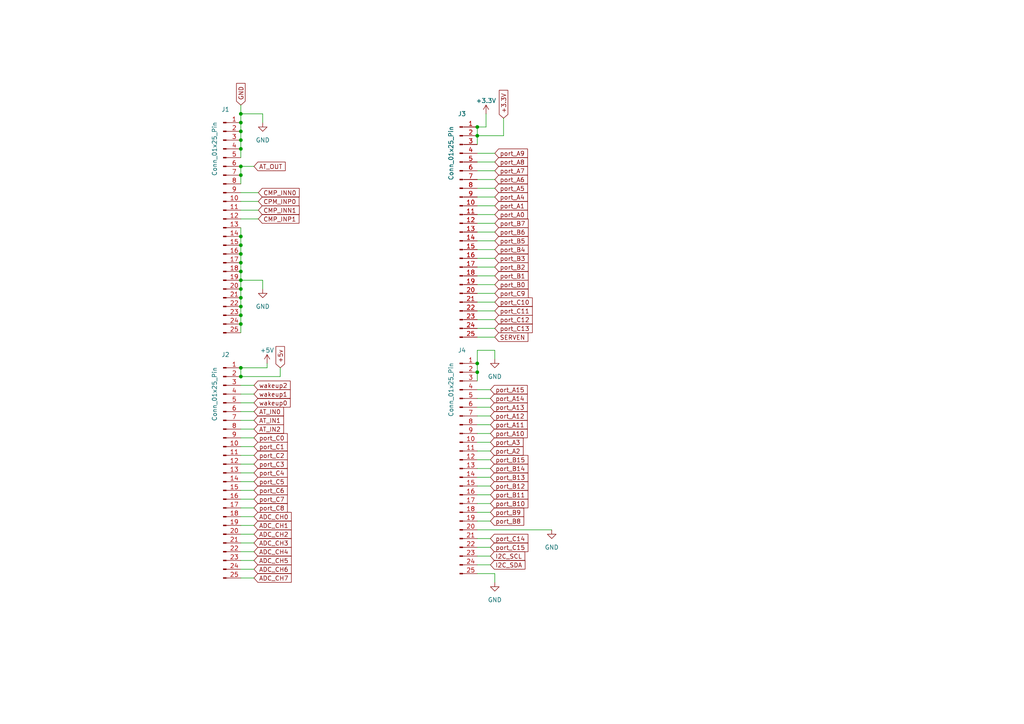
<source format=kicad_sch>
(kicad_sch (version 20250114) (generator "eeschema") (generator_version "9.0")
  (paper "A4")
  (lib_symbols
    (symbol "Connector:Conn_01x25_Pin" (pin_names (offset 1.016) (hide yes))
      (property "Reference" "J" (at 0 33.02 0))
      (property "Value" "Conn_01x25_Pin" (at 0 -33.02 0))
      (symbol "Conn_01x25_Pin_1_1"
        (rectangle (start 0.8636 30.607) (end 0 30.353) (stroke (width 0.1524)) (fill (type outline)))
        (rectangle (start 0.8636 28.067) (end 0 27.813) (stroke (width 0.1524)) (fill (type outline)))
        (rectangle (start 0.8636 25.527) (end 0 25.273) (stroke (width 0.1524)) (fill (type outline)))
        (rectangle (start 0.8636 22.987) (end 0 22.733) (stroke (width 0.1524)) (fill (type outline)))
        (rectangle (start 0.8636 20.447) (end 0 20.193) (stroke (width 0.1524)) (fill (type outline)))
        (rectangle (start 0.8636 17.907) (end 0 17.653) (stroke (width 0.1524)) (fill (type outline)))
        (rectangle (start 0.8636 15.367) (end 0 15.113) (stroke (width 0.1524)) (fill (type outline)))
        (rectangle (start 0.8636 12.827) (end 0 12.573) (stroke (width 0.1524)) (fill (type outline)))
        (rectangle (start 0.8636 10.287) (end 0 10.033) (stroke (width 0.1524)) (fill (type outline)))
        (rectangle (start 0.8636 7.747) (end 0 7.493) (stroke (width 0.1524)) (fill (type outline)))
        (rectangle (start 0.8636 5.207) (end 0 4.953) (stroke (width 0.1524)) (fill (type outline)))
        (rectangle (start 0.8636 2.667) (end 0 2.413) (stroke (width 0.1524)) (fill (type outline)))
        (rectangle (start 0.8636 0.127) (end 0 -0.127) (stroke (width 0.1524)) (fill (type outline)))
        (rectangle (start 0.8636 -2.413) (end 0 -2.667) (stroke (width 0.1524)) (fill (type outline)))
        (rectangle (start 0.8636 -4.953) (end 0 -5.207) (stroke (width 0.1524)) (fill (type outline)))
        (rectangle (start 0.8636 -7.493) (end 0 -7.747) (stroke (width 0.1524)) (fill (type outline)))
        (rectangle (start 0.8636 -10.033) (end 0 -10.287) (stroke (width 0.1524)) (fill (type outline)))
        (rectangle (start 0.8636 -12.573) (end 0 -12.827) (stroke (width 0.1524)) (fill (type outline)))
        (rectangle (start 0.8636 -15.113) (end 0 -15.367) (stroke (width 0.1524)) (fill (type outline)))
        (rectangle (start 0.8636 -17.653) (end 0 -17.907) (stroke (width 0.1524)) (fill (type outline)))
        (rectangle (start 0.8636 -20.193) (end 0 -20.447) (stroke (width 0.1524)) (fill (type outline)))
        (rectangle (start 0.8636 -22.733) (end 0 -22.987) (stroke (width 0.1524)) (fill (type outline)))
        (rectangle (start 0.8636 -25.273) (end 0 -25.527) (stroke (width 0.1524)) (fill (type outline)))
        (rectangle (start 0.8636 -27.813) (end 0 -28.067) (stroke (width 0.1524)) (fill (type outline)))
        (rectangle (start 0.8636 -30.353) (end 0 -30.607) (stroke (width 0.1524)) (fill (type outline)))
        (polyline (pts (xy 1.27 30.48) (xy 0.8636 30.48)) (stroke (width 0.1524)))
        (polyline (pts (xy 1.27 27.94) (xy 0.8636 27.94)) (stroke (width 0.1524)))
        (polyline (pts (xy 1.27 25.4) (xy 0.8636 25.4)) (stroke (width 0.1524)))
        (polyline (pts (xy 1.27 22.86) (xy 0.8636 22.86)) (stroke (width 0.1524)))
        (polyline (pts (xy 1.27 20.32) (xy 0.8636 20.32)) (stroke (width 0.1524)))
        (polyline (pts (xy 1.27 17.78) (xy 0.8636 17.78)) (stroke (width 0.1524)))
        (polyline (pts (xy 1.27 15.24) (xy 0.8636 15.24)) (stroke (width 0.1524)))
        (polyline (pts (xy 1.27 12.7) (xy 0.8636 12.7)) (stroke (width 0.1524)))
        (polyline (pts (xy 1.27 10.16) (xy 0.8636 10.16)) (stroke (width 0.1524)))
        (polyline (pts (xy 1.27 7.62) (xy 0.8636 7.62)) (stroke (width 0.1524)))
        (polyline (pts (xy 1.27 5.08) (xy 0.8636 5.08)) (stroke (width 0.1524)))
        (polyline (pts (xy 1.27 2.54) (xy 0.8636 2.54)) (stroke (width 0.1524)))
        (polyline (pts (xy 1.27 0) (xy 0.8636 0)) (stroke (width 0.1524)))
        (polyline (pts (xy 1.27 -2.54) (xy 0.8636 -2.54)) (stroke (width 0.1524)))
        (polyline (pts (xy 1.27 -5.08) (xy 0.8636 -5.08)) (stroke (width 0.1524)))
        (polyline (pts (xy 1.27 -7.62) (xy 0.8636 -7.62)) (stroke (width 0.1524)))
        (polyline (pts (xy 1.27 -10.16) (xy 0.8636 -10.16)) (stroke (width 0.1524)))
        (polyline (pts (xy 1.27 -12.7) (xy 0.8636 -12.7)) (stroke (width 0.1524)))
        (polyline (pts (xy 1.27 -15.24) (xy 0.8636 -15.24)) (stroke (width 0.1524)))
        (polyline (pts (xy 1.27 -17.78) (xy 0.8636 -17.78)) (stroke (width 0.1524)))
        (polyline (pts (xy 1.27 -20.32) (xy 0.8636 -20.32)) (stroke (width 0.1524)))
        (polyline (pts (xy 1.27 -22.86) (xy 0.8636 -22.86)) (stroke (width 0.1524)))
        (polyline (pts (xy 1.27 -25.4) (xy 0.8636 -25.4)) (stroke (width 0.1524)))
        (polyline (pts (xy 1.27 -27.94) (xy 0.8636 -27.94)) (stroke (width 0.1524)))
        (polyline (pts (xy 1.27 -30.48) (xy 0.8636 -30.48)) (stroke (width 0.1524)))
        (pin passive line (at 5.08 30.48 180) (length 3.81) (name "Pin_1") (number "1"))
        (pin passive line (at 5.08 27.94 180) (length 3.81) (name "Pin_2") (number "2"))
        (pin passive line (at 5.08 25.4 180) (length 3.81) (name "Pin_3") (number "3"))
        (pin passive line (at 5.08 22.86 180) (length 3.81) (name "Pin_4") (number "4"))
        (pin passive line (at 5.08 20.32 180) (length 3.81) (name "Pin_5") (number "5"))
        (pin passive line (at 5.08 17.78 180) (length 3.81) (name "Pin_6") (number "6"))
        (pin passive line (at 5.08 15.24 180) (length 3.81) (name "Pin_7") (number "7"))
        (pin passive line (at 5.08 12.7 180) (length 3.81) (name "Pin_8") (number "8"))
        (pin passive line (at 5.08 10.16 180) (length 3.81) (name "Pin_9") (number "9"))
        (pin passive line (at 5.08 7.62 180) (length 3.81) (name "Pin_10") (number "10"))
        (pin passive line (at 5.08 5.08 180) (length 3.81) (name "Pin_11") (number "11"))
        (pin passive line (at 5.08 2.54 180) (length 3.81) (name "Pin_12") (number "12"))
        (pin passive line (at 5.08 0 180) (length 3.81) (name "Pin_13") (number "13"))
        (pin passive line (at 5.08 -2.54 180) (length 3.81) (name "Pin_14") (number "14"))
        (pin passive line (at 5.08 -5.08 180) (length 3.81) (name "Pin_15") (number "15"))
        (pin passive line (at 5.08 -7.62 180) (length 3.81) (name "Pin_16") (number "16"))
        (pin passive line (at 5.08 -10.16 180) (length 3.81) (name "Pin_17") (number "17"))
        (pin passive line (at 5.08 -12.7 180) (length 3.81) (name "Pin_18") (number "18"))
        (pin passive line (at 5.08 -15.24 180) (length 3.81) (name "Pin_19") (number "19"))
        (pin passive line (at 5.08 -17.78 180) (length 3.81) (name "Pin_20") (number "20"))
        (pin passive line (at 5.08 -20.32 180) (length 3.81) (name "Pin_21") (number "21"))
        (pin passive line (at 5.08 -22.86 180) (length 3.81) (name "Pin_22") (number "22"))
        (pin passive line (at 5.08 -25.4 180) (length 3.81) (name "Pin_23") (number "23"))
        (pin passive line (at 5.08 -27.94 180) (length 3.81) (name "Pin_24") (number "24"))
        (pin passive line (at 5.08 -30.48 180) (length 3.81) (name "Pin_25") (number "25"))
      )
    )
    (symbol "power:+3.3V" (power) (pin_names (offset 0))
      (property "Value" "+3.3V" (at 0 3.556 0))
      (symbol "+3.3V_0_1"
        (polyline (pts (xy -0.762 1.27) (xy 0 2.54)))
        (polyline (pts (xy 0 2.54) (xy 0.762 1.27)))
        (polyline (pts (xy 0 0) (xy 0 2.54)))
      )
      (symbol "+3.3V_1_1"
        (pin power_in line (at 0 0 90) (length 0) (hide yes) (name "+3.3V") (number "1"))
      )
    )
    (symbol "power:+5V" (power) (pin_names (offset 0))
      (property "Value" "+5V" (at 0 3.556 0))
      (symbol "+5V_0_1"
        (polyline (pts (xy -0.762 1.27) (xy 0 2.54)))
        (polyline (pts (xy 0 2.54) (xy 0.762 1.27)))
        (polyline (pts (xy 0 0) (xy 0 2.54)))
      )
      (symbol "+5V_1_1"
        (pin power_in line (at 0 0 90) (length 0) (hide yes) (name "+5V") (number "1"))
      )
    )
    (symbol "power:GND" (power) (pin_names (offset 0))
      (property "Value" "GND" (at 0 -3.81 0))
      (symbol "GND_0_1"
        (polyline (pts (xy 0 0) (xy 0 -1.27) (xy 1.27 -1.27) (xy 0 -2.54) (xy -1.27 -1.27) (xy 0 -1.27)))
      )
      (symbol "GND_1_1"
        (pin power_in line (at 0 0 270) (length 0) (hide yes) (name "GND") (number "1"))
      )
    )
  )
  (junction (at 69.85 50.8))
  (junction (at 69.85 40.64))
  (junction (at 138.43 107.95))
  (junction (at 69.85 109.22))
  (junction (at 69.85 43.18))
  (junction (at 69.85 48.26))
  (junction (at 138.43 105.41))
  (junction (at 69.85 73.66))
  (junction (at 69.85 33.02))
  (junction (at 69.85 35.56))
  (junction (at 69.85 76.2))
  (junction (at 69.85 68.58))
  (junction (at 138.43 39.37))
  (junction (at 69.85 88.9))
  (junction (at 69.85 93.98))
  (junction (at 69.85 83.82))
  (junction (at 138.43 36.83))
  (junction (at 69.85 81.28))
  (junction (at 69.85 86.36))
  (junction (at 69.85 78.74))
  (junction (at 69.85 71.12))
  (junction (at 69.85 91.44))
  (junction (at 69.85 38.1))
  (junction (at 69.85 106.68))
  (wire (pts (xy 138.43 118.11) (xy 142.24 118.11)))
  (wire (pts (xy 69.85 132.08) (xy 73.66 132.08)))
  (wire (pts (xy 69.85 116.84) (xy 73.66 116.84)))
  (wire (pts (xy 69.85 127) (xy 73.66 127)))
  (wire (pts (xy 138.43 166.37) (xy 143.51 166.37)))
  (wire (pts (xy 69.85 88.9) (xy 69.85 91.44)))
  (wire (pts (xy 138.43 90.17) (xy 143.51 90.17)))
  (wire (pts (xy 69.85 43.18) (xy 69.85 45.72)))
  (wire (pts (xy 69.85 114.3) (xy 73.66 114.3)))
  (wire (pts (xy 138.43 133.35) (xy 142.24 133.35)))
  (wire (pts (xy 69.85 78.74) (xy 69.85 81.28)))
  (wire (pts (xy 69.85 76.2) (xy 69.85 78.74)))
  (wire (pts (xy 138.43 80.01) (xy 143.51 80.01)))
  (wire (pts (xy 69.85 55.88) (xy 74.93 55.88)))
  (wire (pts (xy 138.43 85.09) (xy 143.51 85.09)))
  (wire (pts (xy 138.43 115.57) (xy 142.24 115.57)))
  (wire (pts (xy 69.85 48.26) (xy 73.66 48.26)))
  (wire (pts (xy 69.85 121.92) (xy 73.66 121.92)))
  (wire (pts (xy 69.85 40.64) (xy 69.85 43.18)))
  (wire (pts (xy 69.85 106.68) (xy 77.47 106.68)))
  (wire (pts (xy 69.85 137.16) (xy 73.66 137.16)))
  (wire (pts (xy 138.43 140.97) (xy 142.24 140.97)))
  (wire (pts (xy 69.85 86.36) (xy 69.85 88.9)))
  (wire (pts (xy 69.85 68.58) (xy 69.85 71.12)))
  (wire (pts (xy 138.43 54.61) (xy 143.51 54.61)))
  (wire (pts (xy 138.43 130.81) (xy 142.24 130.81)))
  (wire (pts (xy 138.43 120.65) (xy 142.24 120.65)))
  (wire (pts (xy 69.85 81.28) (xy 69.85 83.82)))
  (wire (pts (xy 138.43 128.27) (xy 142.24 128.27)))
  (wire (pts (xy 69.85 152.4) (xy 73.66 152.4)))
  (wire (pts (xy 138.43 39.37) (xy 138.43 41.91)))
  (wire (pts (xy 69.85 129.54) (xy 73.66 129.54)))
  (wire (pts (xy 143.51 166.37) (xy 143.51 168.91)))
  (wire (pts (xy 138.43 74.93) (xy 143.51 74.93)))
  (wire (pts (xy 138.43 59.69) (xy 143.51 59.69)))
  (wire (pts (xy 69.85 157.48) (xy 73.66 157.48)))
  (wire (pts (xy 69.85 71.12) (xy 69.85 73.66)))
  (wire (pts (xy 69.85 134.62) (xy 73.66 134.62)))
  (wire (pts (xy 138.43 69.85) (xy 143.51 69.85)))
  (wire (pts (xy 69.85 167.64) (xy 73.66 167.64)))
  (wire (pts (xy 138.43 97.79) (xy 143.51 97.79)))
  (wire (pts (xy 138.43 105.41) (xy 138.43 101.6)))
  (wire (pts (xy 81.28 109.22) (xy 69.85 109.22)))
  (wire (pts (xy 69.85 63.5) (xy 74.93 63.5)))
  (wire (pts (xy 69.85 35.56) (xy 69.85 33.02)))
  (wire (pts (xy 146.05 39.37) (xy 146.05 34.29)))
  (wire (pts (xy 69.85 81.28) (xy 76.2 81.28)))
  (wire (pts (xy 138.43 44.45) (xy 143.51 44.45)))
  (wire (pts (xy 69.85 91.44) (xy 69.85 93.98)))
  (wire (pts (xy 138.43 153.67) (xy 160.02 153.67)))
  (wire (pts (xy 138.43 46.99) (xy 143.51 46.99)))
  (wire (pts (xy 138.43 146.05) (xy 142.24 146.05)))
  (wire (pts (xy 138.43 161.29) (xy 142.24 161.29)))
  (wire (pts (xy 138.43 64.77) (xy 143.51 64.77)))
  (wire (pts (xy 138.43 156.21) (xy 142.24 156.21)))
  (wire (pts (xy 138.43 82.55) (xy 143.51 82.55)))
  (wire (pts (xy 69.85 48.26) (xy 69.85 50.8)))
  (wire (pts (xy 138.43 138.43) (xy 142.24 138.43)))
  (wire (pts (xy 138.43 57.15) (xy 143.51 57.15)))
  (wire (pts (xy 69.85 73.66) (xy 69.85 76.2)))
  (wire (pts (xy 69.85 147.32) (xy 73.66 147.32)))
  (wire (pts (xy 138.43 105.41) (xy 138.43 107.95)))
  (wire (pts (xy 69.85 58.42) (xy 74.93 58.42)))
  (wire (pts (xy 69.85 149.86) (xy 73.66 149.86)))
  (wire (pts (xy 69.85 60.96) (xy 74.93 60.96)))
  (wire (pts (xy 138.43 125.73) (xy 142.24 125.73)))
  (wire (pts (xy 138.43 67.31) (xy 143.51 67.31)))
  (wire (pts (xy 69.85 111.76) (xy 73.66 111.76)))
  (wire (pts (xy 138.43 39.37) (xy 146.05 39.37)))
  (wire (pts (xy 138.43 52.07) (xy 143.51 52.07)))
  (wire (pts (xy 69.85 154.94) (xy 73.66 154.94)))
  (wire (pts (xy 138.43 36.83) (xy 140.97 36.83)))
  (wire (pts (xy 138.43 148.59) (xy 142.24 148.59)))
  (wire (pts (xy 138.43 113.03) (xy 142.24 113.03)))
  (wire (pts (xy 138.43 135.89) (xy 142.24 135.89)))
  (wire (pts (xy 69.85 124.46) (xy 73.66 124.46)))
  (wire (pts (xy 69.85 142.24) (xy 73.66 142.24)))
  (wire (pts (xy 69.85 165.1) (xy 73.66 165.1)))
  (wire (pts (xy 69.85 35.56) (xy 69.85 38.1)))
  (wire (pts (xy 138.43 107.95) (xy 138.43 110.49)))
  (wire (pts (xy 138.43 77.47) (xy 143.51 77.47)))
  (wire (pts (xy 69.85 93.98) (xy 69.85 96.52)))
  (wire (pts (xy 138.43 151.13) (xy 142.24 151.13)))
  (wire (pts (xy 138.43 62.23) (xy 143.51 62.23)))
  (wire (pts (xy 138.43 87.63) (xy 143.51 87.63)))
  (wire (pts (xy 138.43 92.71) (xy 143.51 92.71)))
  (wire (pts (xy 81.28 106.68) (xy 81.28 109.22)))
  (wire (pts (xy 69.85 66.04) (xy 69.85 68.58)))
  (wire (pts (xy 69.85 50.8) (xy 69.85 53.34)))
  (wire (pts (xy 77.47 105.41) (xy 77.47 106.68)))
  (wire (pts (xy 138.43 72.39) (xy 143.51 72.39)))
  (wire (pts (xy 138.43 95.25) (xy 143.51 95.25)))
  (wire (pts (xy 76.2 33.02) (xy 76.2 35.56)))
  (wire (pts (xy 76.2 81.28) (xy 76.2 83.82)))
  (wire (pts (xy 140.97 36.83) (xy 140.97 33.02)))
  (wire (pts (xy 69.85 119.38) (xy 73.66 119.38)))
  (wire (pts (xy 138.43 36.83) (xy 138.43 39.37)))
  (wire (pts (xy 69.85 160.02) (xy 73.66 160.02)))
  (wire (pts (xy 69.85 139.7) (xy 73.66 139.7)))
  (wire (pts (xy 143.51 101.6) (xy 143.51 104.14)))
  (wire (pts (xy 138.43 101.6) (xy 143.51 101.6)))
  (wire (pts (xy 69.85 38.1) (xy 69.85 40.64)))
  (wire (pts (xy 138.43 163.83) (xy 142.24 163.83)))
  (wire (pts (xy 69.85 144.78) (xy 73.66 144.78)))
  (wire (pts (xy 69.85 83.82) (xy 69.85 86.36)))
  (wire (pts (xy 69.85 106.68) (xy 69.85 109.22)))
  (wire (pts (xy 69.85 33.02) (xy 76.2 33.02)))
  (wire (pts (xy 69.85 30.48) (xy 69.85 33.02)))
  (wire (pts (xy 138.43 123.19) (xy 142.24 123.19)))
  (wire (pts (xy 138.43 143.51) (xy 142.24 143.51)))
  (wire (pts (xy 69.85 162.56) (xy 73.66 162.56)))
  (wire (pts (xy 138.43 49.53) (xy 143.51 49.53)))
  (wire (pts (xy 138.43 158.75) (xy 142.24 158.75)))
  (global_label "port_B13" (shape input) (at 142.24 138.43 0) (property "Intersheetrefs" "${INTERSHEET_REFS}" (effects (hide yes))))
  (global_label "port_C15" (shape input) (at 142.24 158.75 0) (property "Intersheetrefs" "${INTERSHEET_REFS}" (effects (hide yes))))
  (global_label "SERVEN" (shape input) (at 143.51 97.79 0) (property "Intersheetrefs" "${INTERSHEET_REFS}" (effects (hide yes))))
  (global_label "port_B2" (shape input) (at 143.51 77.47 0) (property "Intersheetrefs" "${INTERSHEET_REFS}" (effects (hide yes))))
  (global_label "port_C8" (shape input) (at 73.66 147.32 0) (property "Intersheetrefs" "${INTERSHEET_REFS}" (effects (hide yes))))
  (global_label "port_C3" (shape input) (at 73.66 134.62 0) (property "Intersheetrefs" "${INTERSHEET_REFS}" (effects (hide yes))))
  (global_label "port_A4" (shape input) (at 143.51 57.15 0) (property "Intersheetrefs" "${INTERSHEET_REFS}" (effects (hide yes))))
  (global_label "port_A13" (shape input) (at 142.24 118.11 0) (property "Intersheetrefs" "${INTERSHEET_REFS}" (effects (hide yes))))
  (global_label "port_B4" (shape input) (at 143.51 72.39 0) (property "Intersheetrefs" "${INTERSHEET_REFS}" (effects (hide yes))))
  (global_label "ADC_CH5" (shape input) (at 73.66 162.56 0) (property "Intersheetrefs" "${INTERSHEET_REFS}" (effects (hide yes))))
  (global_label "AT_IN0" (shape input) (at 73.66 119.38 0) (property "Intersheetrefs" "${INTERSHEET_REFS}" (effects (hide yes))))
  (global_label "port_A14" (shape input) (at 142.24 115.57 0) (property "Intersheetrefs" "${INTERSHEET_REFS}" (effects (hide yes))))
  (global_label "port_B0" (shape input) (at 143.51 82.55 0) (property "Intersheetrefs" "${INTERSHEET_REFS}" (effects (hide yes))))
  (global_label "ADC_CH3" (shape input) (at 73.66 157.48 0) (property "Intersheetrefs" "${INTERSHEET_REFS}" (effects (hide yes))))
  (global_label "port_B7" (shape input) (at 143.51 64.77 0) (property "Intersheetrefs" "${INTERSHEET_REFS}" (effects (hide yes))))
  (global_label "ADC_CH2" (shape input) (at 73.66 154.94 0) (property "Intersheetrefs" "${INTERSHEET_REFS}" (effects (hide yes))))
  (global_label "CMP_INP1" (shape input) (at 74.93 63.5 0) (property "Intersheetrefs" "${INTERSHEET_REFS}" (effects (hide yes))))
  (global_label "AT_IN1" (shape input) (at 73.66 121.92 0) (property "Intersheetrefs" "${INTERSHEET_REFS}" (effects (hide yes))))
  (global_label "port_C14" (shape input) (at 142.24 156.21 0) (property "Intersheetrefs" "${INTERSHEET_REFS}" (effects (hide yes))))
  (global_label "wakeup1" (shape input) (at 73.66 114.3 0) (property "Intersheetrefs" "${INTERSHEET_REFS}" (effects (hide yes))))
  (global_label "CPM_INP0" (shape input) (at 74.93 58.42 0) (property "Intersheetrefs" "${INTERSHEET_REFS}" (effects (hide yes))))
  (global_label "port_C1" (shape input) (at 73.66 129.54 0) (property "Intersheetrefs" "${INTERSHEET_REFS}" (effects (hide yes))))
  (global_label "port_A2" (shape input) (at 142.24 130.81 0) (property "Intersheetrefs" "${INTERSHEET_REFS}" (effects (hide yes))))
  (global_label "port_C7" (shape input) (at 73.66 144.78 0) (property "Intersheetrefs" "${INTERSHEET_REFS}" (effects (hide yes))))
  (global_label "port_A7" (shape input) (at 143.51 49.53 0) (property "Intersheetrefs" "${INTERSHEET_REFS}" (effects (hide yes))))
  (global_label "port_B10" (shape input) (at 142.24 146.05 0) (property "Intersheetrefs" "${INTERSHEET_REFS}" (effects (hide yes))))
  (global_label "port_C9" (shape input) (at 143.51 85.09 0) (property "Intersheetrefs" "${INTERSHEET_REFS}" (effects (hide yes))))
  (global_label "ADC_CH0" (shape input) (at 73.66 149.86 0) (property "Intersheetrefs" "${INTERSHEET_REFS}" (effects (hide yes))))
  (global_label "port_C11" (shape input) (at 143.51 90.17 0) (property "Intersheetrefs" "${INTERSHEET_REFS}" (effects (hide yes))))
  (global_label "port_C12" (shape input) (at 143.51 92.71 0) (property "Intersheetrefs" "${INTERSHEET_REFS}" (effects (hide yes))))
  (global_label "+5v" (shape input) (at 81.28 106.68 90) (property "Intersheetrefs" "${INTERSHEET_REFS}" (effects (hide yes))))
  (global_label "port_C4" (shape input) (at 73.66 137.16 0) (property "Intersheetrefs" "${INTERSHEET_REFS}" (effects (hide yes))))
  (global_label "I2C_SCL" (shape input) (at 142.24 161.29 0) (property "Intersheetrefs" "${INTERSHEET_REFS}" (effects (hide yes))))
  (global_label "port_A8" (shape input) (at 143.51 46.99 0) (property "Intersheetrefs" "${INTERSHEET_REFS}" (effects (hide yes))))
  (global_label "port_B6" (shape input) (at 143.51 67.31 0) (property "Intersheetrefs" "${INTERSHEET_REFS}" (effects (hide yes))))
  (global_label "port_A10" (shape input) (at 142.24 125.73 0) (property "Intersheetrefs" "${INTERSHEET_REFS}" (effects (hide yes))))
  (global_label "+3.3V" (shape input) (at 146.05 34.29 90) (property "Intersheetrefs" "${INTERSHEET_REFS}" (effects (hide yes))))
  (global_label "ADC_CH1" (shape input) (at 73.66 152.4 0) (property "Intersheetrefs" "${INTERSHEET_REFS}" (effects (hide yes))))
  (global_label "port_C10" (shape input) (at 143.51 87.63 0) (property "Intersheetrefs" "${INTERSHEET_REFS}" (effects (hide yes))))
  (global_label "GND" (shape input) (at 69.85 30.48 90) (property "Intersheetrefs" "${INTERSHEET_REFS}" (effects (hide yes))))
  (global_label "port_B3" (shape input) (at 143.51 74.93 0) (property "Intersheetrefs" "${INTERSHEET_REFS}" (effects (hide yes))))
  (global_label "port_B14" (shape input) (at 142.24 135.89 0) (property "Intersheetrefs" "${INTERSHEET_REFS}" (effects (hide yes))))
  (global_label "port_A0" (shape input) (at 143.51 62.23 0) (property "Intersheetrefs" "${INTERSHEET_REFS}" (effects (hide yes))))
  (global_label "port_A11" (shape input) (at 142.24 123.19 0) (property "Intersheetrefs" "${INTERSHEET_REFS}" (effects (hide yes))))
  (global_label "wakeup0" (shape input) (at 73.66 116.84 0) (property "Intersheetrefs" "${INTERSHEET_REFS}" (effects (hide yes))))
  (global_label "port_A3" (shape input) (at 142.24 128.27 0) (property "Intersheetrefs" "${INTERSHEET_REFS}" (effects (hide yes))))
  (global_label "port_C13" (shape input) (at 143.51 95.25 0) (property "Intersheetrefs" "${INTERSHEET_REFS}" (effects (hide yes))))
  (global_label "port_C2" (shape input) (at 73.66 132.08 0) (property "Intersheetrefs" "${INTERSHEET_REFS}" (effects (hide yes))))
  (global_label "port_A9" (shape input) (at 143.51 44.45 0) (property "Intersheetrefs" "${INTERSHEET_REFS}" (effects (hide yes))))
  (global_label "AT_OUT" (shape input) (at 73.66 48.26 0) (property "Intersheetrefs" "${INTERSHEET_REFS}" (effects (hide yes))))
  (global_label "port_A6" (shape input) (at 143.51 52.07 0) (property "Intersheetrefs" "${INTERSHEET_REFS}" (effects (hide yes))))
  (global_label "port_A5" (shape input) (at 143.51 54.61 0) (property "Intersheetrefs" "${INTERSHEET_REFS}" (effects (hide yes))))
  (global_label "CMP_INN1" (shape input) (at 74.93 60.96 0) (property "Intersheetrefs" "${INTERSHEET_REFS}" (effects (hide yes))))
  (global_label "CMP_INN0" (shape input) (at 74.93 55.88 0) (property "Intersheetrefs" "${INTERSHEET_REFS}" (effects (hide yes))))
  (global_label "port_C5" (shape input) (at 73.66 139.7 0) (property "Intersheetrefs" "${INTERSHEET_REFS}" (effects (hide yes))))
  (global_label "I2C_SDA" (shape input) (at 142.24 163.83 0) (property "Intersheetrefs" "${INTERSHEET_REFS}" (effects (hide yes))))
  (global_label "port_C6" (shape input) (at 73.66 142.24 0) (property "Intersheetrefs" "${INTERSHEET_REFS}" (effects (hide yes))))
  (global_label "port_B15" (shape input) (at 142.24 133.35 0) (property "Intersheetrefs" "${INTERSHEET_REFS}" (effects (hide yes))))
  (global_label "ADC_CH4" (shape input) (at 73.66 160.02 0) (property "Intersheetrefs" "${INTERSHEET_REFS}" (effects (hide yes))))
  (global_label "port_B12" (shape input) (at 142.24 140.97 0) (property "Intersheetrefs" "${INTERSHEET_REFS}" (effects (hide yes))))
  (global_label "ADC_CH7" (shape input) (at 73.66 167.64 0) (property "Intersheetrefs" "${INTERSHEET_REFS}" (effects (hide yes))))
  (global_label "port_B9" (shape input) (at 142.24 148.59 0) (property "Intersheetrefs" "${INTERSHEET_REFS}" (effects (hide yes))))
  (global_label "port_B11" (shape input) (at 142.24 143.51 0) (property "Intersheetrefs" "${INTERSHEET_REFS}" (effects (hide yes))))
  (global_label "wakeup2" (shape input) (at 73.66 111.76 0) (property "Intersheetrefs" "${INTERSHEET_REFS}" (effects (hide yes))))
  (global_label "port_C0" (shape input) (at 73.66 127 0) (property "Intersheetrefs" "${INTERSHEET_REFS}" (effects (hide yes))))
  (global_label "ADC_CH6" (shape input) (at 73.66 165.1 0) (property "Intersheetrefs" "${INTERSHEET_REFS}" (effects (hide yes))))
  (global_label "port_A15" (shape input) (at 142.24 113.03 0) (property "Intersheetrefs" "${INTERSHEET_REFS}" (effects (hide yes))))
  (global_label "AT_IN2" (shape input) (at 73.66 124.46 0) (property "Intersheetrefs" "${INTERSHEET_REFS}" (effects (hide yes))))
  (global_label "port_B1" (shape input) (at 143.51 80.01 0) (property "Intersheetrefs" "${INTERSHEET_REFS}" (effects (hide yes))))
  (global_label "port_B8" (shape input) (at 142.24 151.13 0) (property "Intersheetrefs" "${INTERSHEET_REFS}" (effects (hide yes))))
  (global_label "port_A12" (shape input) (at 142.24 120.65 0) (property "Intersheetrefs" "${INTERSHEET_REFS}" (effects (hide yes))))
  (global_label "port_A1" (shape input) (at 143.51 59.69 0) (property "Intersheetrefs" "${INTERSHEET_REFS}" (effects (hide yes))))
  (global_label "port_B5" (shape input) (at 143.51 69.85 0) (property "Intersheetrefs" "${INTERSHEET_REFS}" (effects (hide yes))))
  (symbol (lib_id "power:GND") (at 76.2 35.56 0) (unit 1)
    (property "Reference" "#PWR019" (effects (hide yes)))
    (property "Value" "GND" (at 76.2 40.64 0))
  )
  (symbol (lib_id "power:GND") (at 160.02 153.67 0) (unit 1)
    (property "Reference" "#PWR038" (effects (hide yes)))
    (property "Value" "GND" (at 160.02 158.75 0))
  )
  (symbol (lib_id "power:GND") (at 76.2 83.82 0) (unit 1)
    (property "Reference" "#PWR022" (effects (hide yes)))
    (property "Value" "GND" (at 76.2 88.9 0))
  )
  (symbol (lib_id "Connector:Conn_01x25_Pin") (at 64.77 137.16 0) (unit 1)
    (property "Reference" "J2" (at 65.405 102.87 0))
    (property "Value" "Conn_01x25_Pin" (at 62.23 114.3 90))
    (property "Footprint" "Connector_PinHeader_2.54mm:PinHeader_1x25_P2.54mm_Vertical" (effects (hide yes)))
  )
  (symbol (lib_id "power:+3.3V") (at 140.97 33.02 0) (unit 1)
    (property "Reference" "#PWR028" (effects (hide yes)))
    (property "Value" "+3.3V" (at 140.97 29.21 0))
  )
  (symbol (lib_id "power:GND") (at 143.51 104.14 0) (unit 1)
    (property "Reference" "#PWR027" (effects (hide yes)))
    (property "Value" "GND" (at 143.51 109.22 0))
  )
  (symbol (lib_id "Connector:Conn_01x25_Pin") (at 133.35 67.31 0) (unit 1)
    (property "Reference" "J3" (at 133.985 33.02 0))
    (property "Value" "Conn_01x25_Pin" (at 130.81 44.45 90))
    (property "Footprint" "Connector_PinHeader_2.54mm:PinHeader_1x25_P2.54mm_Vertical" (effects (hide yes)))
  )
  (symbol (lib_id "power:+5V") (at 77.47 105.41 0) (unit 1)
    (property "Reference" "#PWR020" (effects (hide yes)))
    (property "Value" "+5V" (at 77.47 101.6 0))
  )
  (symbol (lib_id "Connector:Conn_01x25_Pin") (at 64.77 66.04 0) (unit 1)
    (property "Reference" "J1" (at 65.405 31.75 0))
    (property "Value" "Conn_01x25_Pin" (at 62.23 43.18 90))
    (property "Footprint" "Connector_PinHeader_2.54mm:PinHeader_1x25_P2.54mm_Vertical" (effects (hide yes)))
  )
  (symbol (lib_id "Connector:Conn_01x25_Pin") (at 133.35 135.89 0) (unit 1)
    (property "Reference" "J4" (at 133.985 101.6 0))
    (property "Value" "Conn_01x25_Pin" (at 130.81 113.03 90))
    (property "Footprint" "Connector_PinHeader_2.54mm:PinHeader_1x25_P2.54mm_Vertical" (effects (hide yes)))
  )
  (symbol (lib_id "power:GND") (at 143.51 168.91 0) (unit 1)
    (property "Reference" "#PWR021" (effects (hide yes)))
    (property "Value" "GND" (at 143.51 173.99 0))
  )
)
</source>
